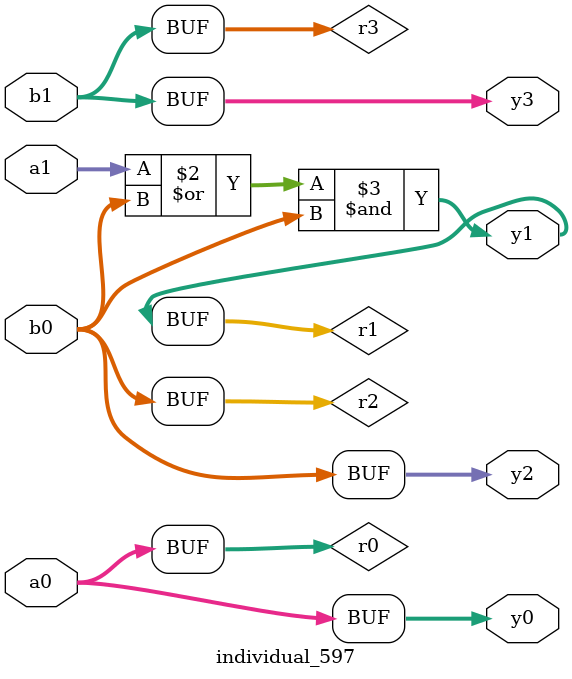
<source format=sv>
module individual_597(input logic [15:0] a1, input logic [15:0] a0, input logic [15:0] b1, input logic [15:0] b0, output logic [15:0] y3, output logic [15:0] y2, output logic [15:0] y1, output logic [15:0] y0);
logic [15:0] r0, r1, r2, r3; 
 always@(*) begin 
	 r0 = a0; r1 = a1; r2 = b0; r3 = b1; 
 	 r1  |=  b0 ;
 	 r1  &=  b0 ;
 	 y3 = r3; y2 = r2; y1 = r1; y0 = r0; 
end
endmodule
</source>
